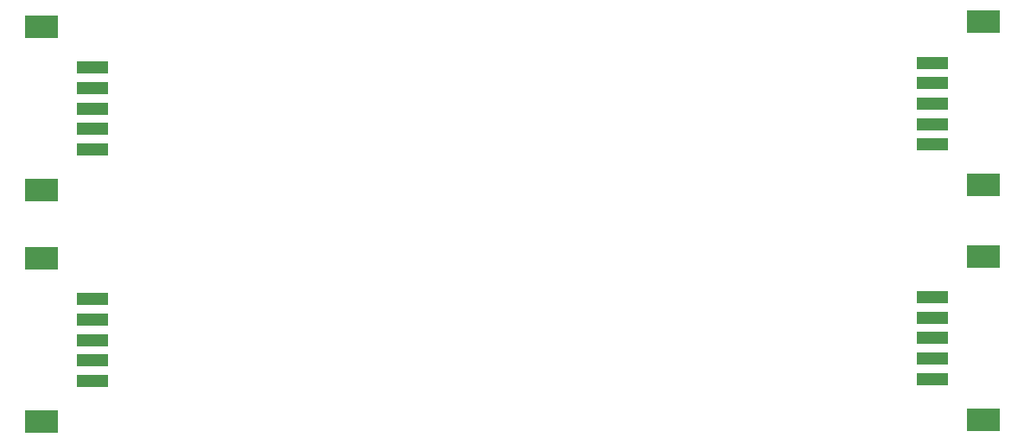
<source format=gtp>
G04 Layer_Color=8421504*
%FSLAX25Y25*%
%MOIN*%
G70*
G01*
G75*
%ADD10R,0.12205X0.04724*%
%ADD11R,0.12992X0.09055*%
D10*
X662000Y494000D02*
D03*
Y486126D02*
D03*
Y478252D02*
D03*
Y470378D02*
D03*
Y462504D02*
D03*
X338000Y551126D02*
D03*
Y559000D02*
D03*
Y566874D02*
D03*
Y574748D02*
D03*
Y582622D02*
D03*
X662000Y584496D02*
D03*
Y576622D02*
D03*
Y568748D02*
D03*
Y560874D02*
D03*
Y553000D02*
D03*
X338000Y461748D02*
D03*
Y469622D02*
D03*
Y477496D02*
D03*
Y485370D02*
D03*
Y493244D02*
D03*
D11*
X681685Y509748D02*
D03*
Y446756D02*
D03*
X318315Y535378D02*
D03*
Y598370D02*
D03*
X681685Y600244D02*
D03*
Y537252D02*
D03*
X318315Y446000D02*
D03*
Y508992D02*
D03*
M02*

</source>
